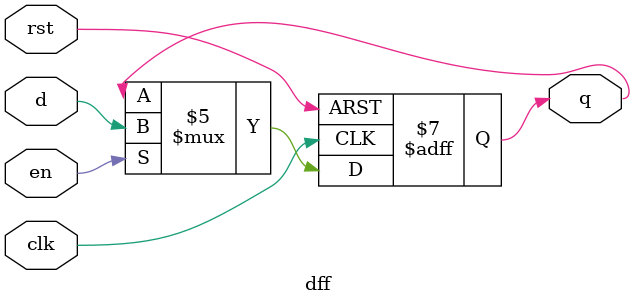
<source format=v>
`timescale 1ns / 1ps
module dff(
   input d,
   input en,
   input clk,
   input rst,
   output reg q
 );

always @ (posedge clk or posedge rst)
   begin
     if (rst == 1'b1)
      q<=0;
     else
      begin
        if (en == 1'b1)
         q<=d;
        else
         q<=q;
       end
    end
endmodule
</source>
